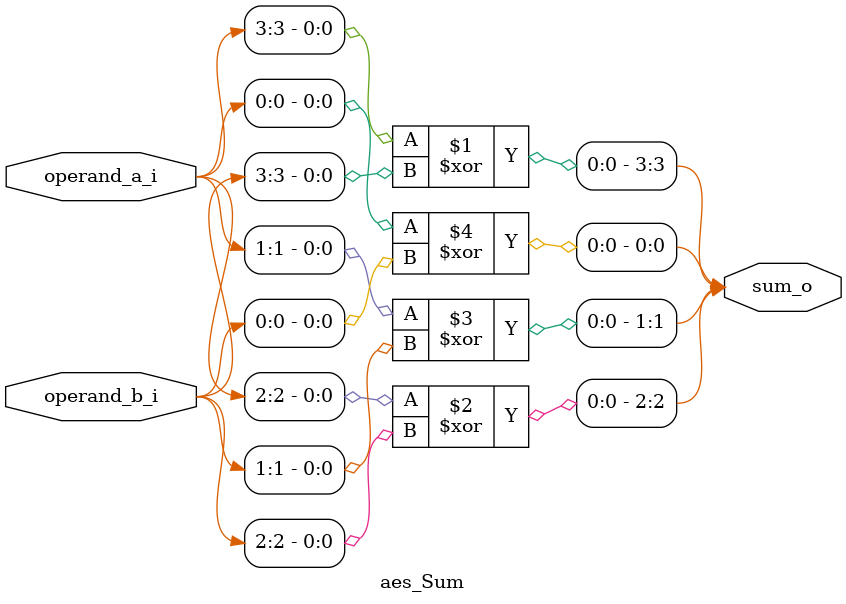
<source format=sv>
`timescale 1ns/1ps
module aes_Sum
	(
	//input data
	input logic [3:0] operand_a_i,
	input logic [3:0] operand_b_i,

	//output data
	output logic [3:0] sum_o
	);

	assign sum_o[3] = operand_a_i[3] ^ operand_b_i[3];
	assign sum_o[2] = operand_a_i[2] ^ operand_b_i[2];
	assign sum_o[1] = operand_a_i[1] ^ operand_b_i[1];
	assign sum_o[0] = operand_a_i[0] ^ operand_b_i[0];
	//assign sum_o = operand_a_i + operand_b_i;

endmodule 
</source>
